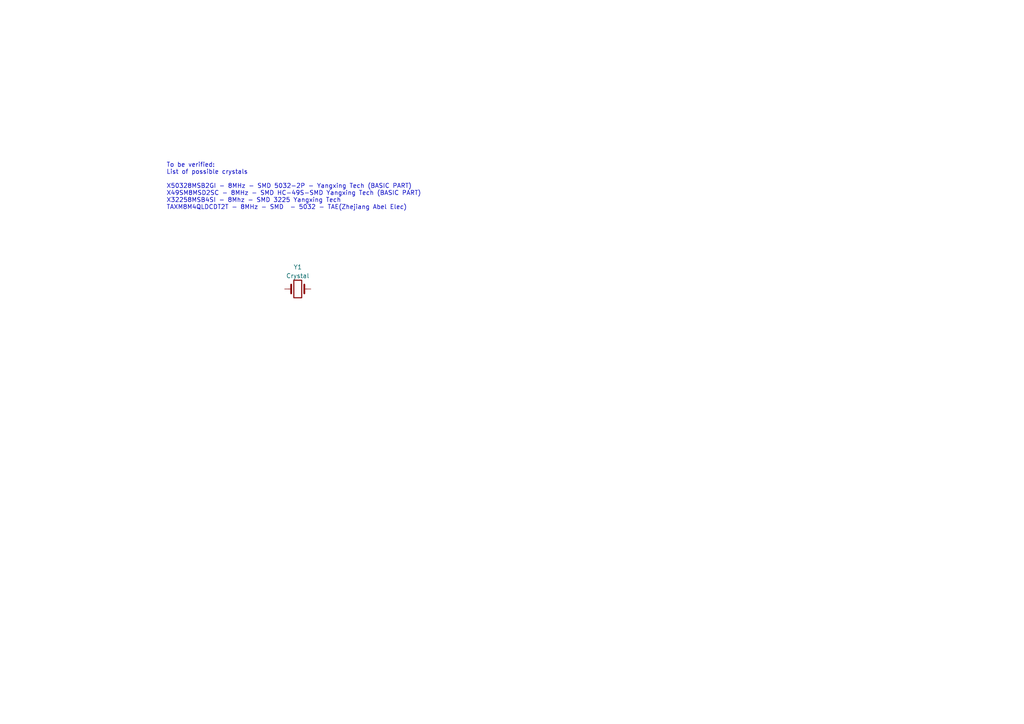
<source format=kicad_sch>
(kicad_sch (version 20230121) (generator eeschema)
  (paper "A4")
  (lib_symbols
    (symbol "Device:Crystal" (pin_numbers hide) (pin_names (offset 1.016) hide)
      (property "Reference" "Y" (at 0 3.81 0))
      (property "Value" "Crystal" (at 0 -3.81 0))
      (symbol "Crystal_0_1"
        (rectangle (start -1.143 2.54) (end 1.143 -2.54) (stroke (width 0.3048)))
        (polyline (pts (xy -2.54 0) (xy -1.905 0)))
        (polyline (pts (xy -1.905 -1.27) (xy -1.905 1.27)) (stroke (width 0.508)))
        (polyline (pts (xy 1.905 -1.27) (xy 1.905 1.27)) (stroke (width 0.508)))
        (polyline (pts (xy 2.54 0) (xy 1.905 0)))
      )
      (symbol "Crystal_1_1"
        (pin passive line (at -3.81 0 0) (length 1.27) (name "1") (number "1"))
        (pin passive line (at 3.81 0 180) (length 1.27) (name "2") (number "2"))
      )
    )
  )
  (text "To be verified:\nList of possible crystals\n\nX50328MSB2GI - 8MHz - SMD 5032-2P - Yangxing Tech (BASIC PART)\nX49SM8MSD2SC - 8MHz - SMD HC-49S-SMD Yangxing Tech (BASIC PART)\nX32258MSB4SI - 8Mhz - SMD 3225 Yangxing Tech \nTAXM8M4QLDCDT2T - 8MHz - SMD  - 5032 - TAE(Zhejiang Abel Elec)" (at 48.26 60.96 0) (effects (font (size 1.27 1.27)) (justify left bottom)))
  (symbol (lib_id "Device:Crystal") (at 86.36 83.82 180) (unit 1)
    (property "Reference" "Y1" (at 86.36 77.47 0))
    (property "Value" "Crystal" (at 86.36 80.01 0))
  )
)
</source>
